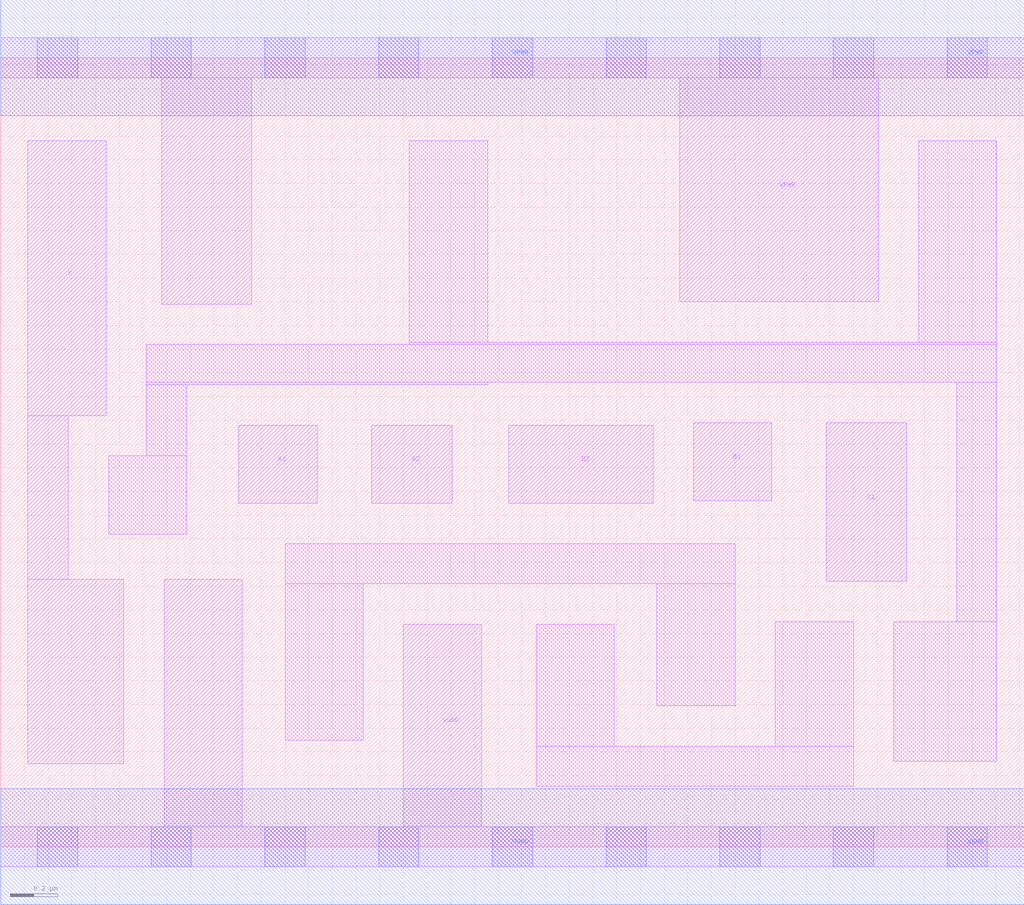
<source format=lef>
# Copyright 2020 The SkyWater PDK Authors
#
# Licensed under the Apache License, Version 2.0 (the "License");
# you may not use this file except in compliance with the License.
# You may obtain a copy of the License at
#
#     https://www.apache.org/licenses/LICENSE-2.0
#
# Unless required by applicable law or agreed to in writing, software
# distributed under the License is distributed on an "AS IS" BASIS,
# WITHOUT WARRANTIES OR CONDITIONS OF ANY KIND, either express or implied.
# See the License for the specific language governing permissions and
# limitations under the License.
#
# SPDX-License-Identifier: Apache-2.0

VERSION 5.7 ;
  NAMESCASESENSITIVE ON ;
  NOWIREEXTENSIONATPIN ON ;
  DIVIDERCHAR "/" ;
  BUSBITCHARS "[]" ;
UNITS
  DATABASE MICRONS 200 ;
END UNITS
MACRO sky130_fd_sc_ms__o221a_1
  CLASS CORE ;
  SOURCE USER ;
  FOREIGN sky130_fd_sc_ms__o221a_1 ;
  ORIGIN  0.000000  0.000000 ;
  SIZE  4.320000 BY  3.330000 ;
  SYMMETRY X Y ;
  SITE unit ;
  PIN A1
    ANTENNAGATEAREA  0.276000 ;
    DIRECTION INPUT ;
    USE SIGNAL ;
    PORT
      LAYER li1 ;
        RECT 1.005000 1.450000 1.335000 1.780000 ;
    END
  END A1
  PIN A2
    ANTENNAGATEAREA  0.276000 ;
    DIRECTION INPUT ;
    USE SIGNAL ;
    PORT
      LAYER li1 ;
        RECT 1.565000 1.450000 1.905000 1.780000 ;
    END
  END A2
  PIN B1
    ANTENNAGATEAREA  0.276000 ;
    DIRECTION INPUT ;
    USE SIGNAL ;
    PORT
      LAYER li1 ;
        RECT 2.925000 1.460000 3.255000 1.790000 ;
    END
  END B1
  PIN B2
    ANTENNAGATEAREA  0.276000 ;
    DIRECTION INPUT ;
    USE SIGNAL ;
    PORT
      LAYER li1 ;
        RECT 2.145000 1.450000 2.755000 1.780000 ;
    END
  END B2
  PIN C1
    ANTENNAGATEAREA  0.276000 ;
    DIRECTION INPUT ;
    USE SIGNAL ;
    PORT
      LAYER li1 ;
        RECT 3.485000 1.120000 3.825000 1.790000 ;
    END
  END C1
  PIN X
    ANTENNADIFFAREA  0.524500 ;
    DIRECTION OUTPUT ;
    USE SIGNAL ;
    PORT
      LAYER li1 ;
        RECT 0.115000 0.350000 0.520000 1.130000 ;
        RECT 0.115000 1.130000 0.285000 1.820000 ;
        RECT 0.115000 1.820000 0.445000 2.980000 ;
    END
  END X
  PIN VGND
    DIRECTION INOUT ;
    USE GROUND ;
    PORT
      LAYER li1 ;
        RECT 0.000000 -0.085000 4.320000 0.085000 ;
        RECT 0.690000  0.085000 1.020000 1.130000 ;
        RECT 1.700000  0.085000 2.030000 0.940000 ;
      LAYER mcon ;
        RECT 0.155000 -0.085000 0.325000 0.085000 ;
        RECT 0.635000 -0.085000 0.805000 0.085000 ;
        RECT 1.115000 -0.085000 1.285000 0.085000 ;
        RECT 1.595000 -0.085000 1.765000 0.085000 ;
        RECT 2.075000 -0.085000 2.245000 0.085000 ;
        RECT 2.555000 -0.085000 2.725000 0.085000 ;
        RECT 3.035000 -0.085000 3.205000 0.085000 ;
        RECT 3.515000 -0.085000 3.685000 0.085000 ;
        RECT 3.995000 -0.085000 4.165000 0.085000 ;
      LAYER met1 ;
        RECT 0.000000 -0.245000 4.320000 0.245000 ;
    END
  END VGND
  PIN VPWR
    DIRECTION INOUT ;
    USE POWER ;
    PORT
      LAYER li1 ;
        RECT 0.000000 3.245000 4.320000 3.415000 ;
        RECT 0.680000 2.290000 1.060000 3.245000 ;
        RECT 2.865000 2.300000 3.705000 3.245000 ;
      LAYER mcon ;
        RECT 0.155000 3.245000 0.325000 3.415000 ;
        RECT 0.635000 3.245000 0.805000 3.415000 ;
        RECT 1.115000 3.245000 1.285000 3.415000 ;
        RECT 1.595000 3.245000 1.765000 3.415000 ;
        RECT 2.075000 3.245000 2.245000 3.415000 ;
        RECT 2.555000 3.245000 2.725000 3.415000 ;
        RECT 3.035000 3.245000 3.205000 3.415000 ;
        RECT 3.515000 3.245000 3.685000 3.415000 ;
        RECT 3.995000 3.245000 4.165000 3.415000 ;
      LAYER met1 ;
        RECT 0.000000 3.085000 4.320000 3.575000 ;
    END
  END VPWR
  OBS
    LAYER li1 ;
      RECT 0.455000 1.320000 0.785000 1.650000 ;
      RECT 0.615000 1.650000 0.785000 1.950000 ;
      RECT 0.615000 1.950000 2.055000 1.960000 ;
      RECT 0.615000 1.960000 4.205000 2.120000 ;
      RECT 1.200000 0.450000 1.530000 1.110000 ;
      RECT 1.200000 1.110000 3.100000 1.280000 ;
      RECT 1.725000 2.120000 4.205000 2.130000 ;
      RECT 1.725000 2.130000 2.055000 2.980000 ;
      RECT 2.260000 0.255000 3.600000 0.425000 ;
      RECT 2.260000 0.425000 2.590000 0.940000 ;
      RECT 2.770000 0.595000 3.100000 1.110000 ;
      RECT 3.270000 0.425000 3.600000 0.950000 ;
      RECT 3.770000 0.360000 4.205000 0.950000 ;
      RECT 3.875000 2.130000 4.205000 2.980000 ;
      RECT 4.035000 0.950000 4.205000 1.960000 ;
  END
END sky130_fd_sc_ms__o221a_1

</source>
